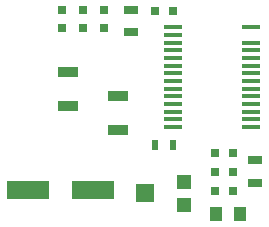
<source format=gbr>
G04 #@! TF.FileFunction,Paste,Top*
%FSLAX45Y45*%
G04 Gerber Fmt 4.5, Leading zero omitted, Abs format (unit mm)*
G04 Created by KiCad (PCBNEW 4.0.1-stable) date 12-Feb-16 12:46:57 PM*
%MOMM*%
G01*
G04 APERTURE LIST*
%ADD10C,0.100000*%
%ADD11R,1.550000X0.300000*%
%ADD12R,0.800000X0.750000*%
%ADD13R,1.300000X0.700000*%
%ADD14R,0.750000X0.800000*%
%ADD15R,3.599180X1.600200*%
%ADD16R,0.500000X0.900000*%
%ADD17R,1.000000X1.250000*%
%ADD18R,1.200000X1.200000*%
%ADD19R,1.500000X1.600000*%
%ADD20R,1.700000X0.900000*%
G04 APERTURE END LIST*
D10*
D11*
X2240500Y-279500D03*
X1580500Y-279500D03*
X1580500Y-344500D03*
X2240500Y-409500D03*
X1580500Y-409500D03*
X2240500Y-474500D03*
X1580500Y-474500D03*
X2240500Y-539500D03*
X1580500Y-539500D03*
X2240500Y-604500D03*
X1580500Y-604500D03*
X2240500Y-669500D03*
X1580500Y-669500D03*
X2240500Y-734500D03*
X1580500Y-734500D03*
X2240500Y-799500D03*
X1580500Y-799500D03*
X2240500Y-864500D03*
X1580500Y-864500D03*
X2240500Y-929500D03*
X1580500Y-929500D03*
X2240500Y-994500D03*
X1580500Y-994500D03*
X2240500Y-1059500D03*
X1580500Y-1059500D03*
X2240500Y-1124500D03*
X1580500Y-1124500D03*
D12*
X1941000Y-1663000D03*
X2091000Y-1663000D03*
D13*
X2278000Y-1596000D03*
X2278000Y-1406000D03*
D12*
X1942000Y-1504000D03*
X2092000Y-1504000D03*
X1942000Y-1345000D03*
X2092000Y-1345000D03*
X1430120Y-141660D03*
X1580120Y-141660D03*
D14*
X641520Y-135240D03*
X641520Y-285240D03*
X821860Y-135240D03*
X821860Y-285240D03*
D13*
X1228260Y-323020D03*
X1228260Y-133020D03*
D14*
X999660Y-285240D03*
X999660Y-135240D03*
D15*
X352976Y-1660580D03*
X903140Y-1660580D03*
D16*
X1430020Y-1273000D03*
X1580020Y-1273000D03*
D17*
X2147000Y-1862000D03*
X1947000Y-1862000D03*
D18*
X1674000Y-1786000D03*
X1674000Y-1586000D03*
D19*
X1349000Y-1686000D03*
D20*
X695020Y-658000D03*
X695020Y-948000D03*
X1120020Y-858000D03*
X1120020Y-1148000D03*
M02*

</source>
